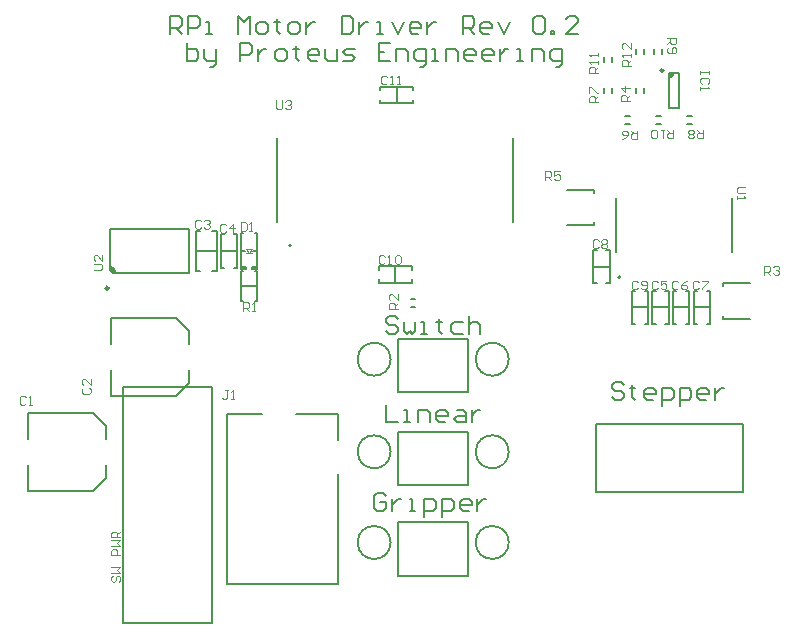
<source format=gto>
G04*
G04 #@! TF.GenerationSoftware,Altium Limited,Altium Designer,18.1.7 (191)*
G04*
G04 Layer_Color=65535*
%FSLAX25Y25*%
%MOIN*%
G70*
G01*
G75*
%ADD10C,0.00984*%
%ADD11C,0.00787*%
%ADD12C,0.00800*%
%ADD13C,0.00500*%
%ADD14C,0.00591*%
%ADD15C,0.00394*%
%ADD16C,0.00492*%
G36*
X132775Y206102D02*
X132480Y207283D01*
X133071Y207283D01*
X134252Y206102D01*
X134252Y205315D01*
X132775Y206102D01*
D02*
G37*
G36*
X318622Y271949D02*
X320394Y271949D01*
X320394Y271555D01*
X319213Y270374D01*
X318622Y270374D01*
X318622Y271949D01*
D02*
G37*
D10*
X316949Y272736D02*
G03*
X316949Y272736I-492J0D01*
G01*
X131988Y200197D02*
G03*
X131988Y200197I-492J0D01*
G01*
D11*
X318819Y270374D02*
G03*
X320394Y271949I0J1575D01*
G01*
X192894Y214469D02*
G03*
X192894Y214469I-394J0D01*
G01*
X134252Y205512D02*
G03*
X132480Y207283I-1772J0D01*
G01*
X302618Y203780D02*
G03*
X302618Y203780I-394J0D01*
G01*
X293898Y232087D02*
X293898Y233071D01*
X284646D02*
X293898D01*
X284646Y221260D02*
X293898Y221260D01*
X293898Y222244D02*
X293898Y221260D01*
X296969Y266929D02*
X296969Y265354D01*
X299725Y265354D02*
X299725Y266929D01*
X304055Y254921D02*
X305630Y254921D01*
X304055Y257677D02*
X305630D01*
X324921Y257677D02*
X326496Y257677D01*
X324921Y254921D02*
X326496Y254921D01*
X307796Y279921D02*
X307796Y278346D01*
X310551Y279921D02*
X310551Y278346D01*
X316457Y279921D02*
X316457Y278346D01*
X313701D02*
X313701Y279921D01*
X318622Y271949D02*
X322166Y271949D01*
X318622Y260138D02*
X322166Y260138D01*
X318622Y271949D02*
X318622Y260138D01*
X322166Y271949D02*
X322166Y260138D01*
X318622Y270374D02*
X318819Y270374D01*
X310551Y265354D02*
X310552Y266929D01*
X307796Y266929D02*
X307796Y265354D01*
X296969Y277165D02*
X296969Y275591D01*
X299725Y277165D02*
X299725Y275590D01*
X314489Y257677D02*
X316063Y257677D01*
X314488Y254921D02*
X316063Y254921D01*
X294488Y155020D02*
X343307D01*
Y132382D02*
Y155020D01*
X294488Y132382D02*
X343307D01*
X294488D02*
Y155020D01*
X171358Y158268D02*
X183071Y158268D01*
X171358Y155610D02*
Y158268D01*
Y101575D02*
Y155610D01*
X194488Y158268D02*
X208366D01*
Y149705D02*
Y158268D01*
Y101575D02*
Y138091D01*
X171358Y101575D02*
X208366D01*
X232677Y196654D02*
X234252D01*
X232677Y193898D02*
X234252D01*
X336614Y200787D02*
Y201772D01*
X345866D01*
X336614Y189961D02*
X345866D01*
X336614Y190945D02*
X336614Y189961D01*
X228543Y122133D02*
X251772D01*
Y104417D02*
Y122133D01*
X228543Y104417D02*
X251772D01*
X228543D02*
Y122133D01*
Y152362D02*
X251772D01*
X251772Y134646D02*
X251772Y152362D01*
X228543Y134646D02*
X251772Y134646D01*
X228543Y134646D02*
Y152362D01*
Y183209D02*
X251772Y183209D01*
Y165493D02*
Y183209D01*
X228543Y165493D02*
X251772D01*
X228543D02*
Y183209D01*
X132480Y206201D02*
Y219882D01*
Y206201D02*
X133366Y205315D01*
X158858D01*
X134252D02*
Y205512D01*
X158858Y205315D02*
Y219882D01*
X132480Y219882D02*
X158858Y219882D01*
X105118Y132677D02*
Y141339D01*
Y132677D02*
X126772D01*
X131102Y137008D01*
Y141339D01*
X105118Y150000D02*
Y158661D01*
X126772D01*
X131102Y154331D01*
Y150000D02*
Y154331D01*
X132677Y164173D02*
Y172835D01*
Y164173D02*
X154331D01*
X158661Y168504D01*
Y172835D01*
X132677Y181496D02*
Y190157D01*
X154331Y190158D01*
X158661Y185827D01*
Y181496D02*
Y185827D01*
X152581Y284958D02*
Y290861D01*
X155533D01*
X156517Y289877D01*
Y287910D01*
X155533Y286926D01*
X152581D01*
X154549D02*
X156517Y284958D01*
X158485D02*
Y290861D01*
X161436D01*
X162420Y289877D01*
Y287910D01*
X161436Y286926D01*
X158485D01*
X164388Y284958D02*
X166356D01*
X165372D01*
Y288893D01*
X164388D01*
X175212Y284958D02*
Y290861D01*
X177179Y288893D01*
X179147Y290861D01*
Y284958D01*
X182099D02*
X184067D01*
X185051Y285942D01*
Y287910D01*
X184067Y288893D01*
X182099D01*
X181115Y287910D01*
Y285942D01*
X182099Y284958D01*
X188003Y289877D02*
Y288893D01*
X187019D01*
X188987D01*
X188003D01*
Y285942D01*
X188987Y284958D01*
X192922D02*
X194890D01*
X195874Y285942D01*
Y287910D01*
X194890Y288893D01*
X192922D01*
X191938Y287910D01*
Y285942D01*
X192922Y284958D01*
X197842Y288893D02*
Y284958D01*
Y286926D01*
X198826Y287910D01*
X199810Y288893D01*
X200794D01*
X209649Y290861D02*
Y284958D01*
X212601D01*
X213585Y285942D01*
Y289877D01*
X212601Y290861D01*
X209649D01*
X215553Y288893D02*
Y284958D01*
Y286926D01*
X216537Y287910D01*
X217521Y288893D01*
X218505D01*
X221456Y284958D02*
X223424D01*
X222440D01*
Y288893D01*
X221456D01*
X226376D02*
X228344Y284958D01*
X230312Y288893D01*
X235231Y284958D02*
X233264D01*
X232280Y285942D01*
Y287910D01*
X233264Y288893D01*
X235231D01*
X236215Y287910D01*
Y286926D01*
X232280D01*
X238183Y288893D02*
Y284958D01*
Y286926D01*
X239167Y287910D01*
X240151Y288893D01*
X241135D01*
X249991Y284958D02*
Y290861D01*
X252942D01*
X253926Y289877D01*
Y287910D01*
X252942Y286926D01*
X249991D01*
X251958D02*
X253926Y284958D01*
X258846D02*
X256878D01*
X255894Y285942D01*
Y287910D01*
X256878Y288893D01*
X258846D01*
X259830Y287910D01*
Y286926D01*
X255894D01*
X261798Y288893D02*
X263766Y284958D01*
X265733Y288893D01*
X273605Y289877D02*
X274589Y290861D01*
X276557D01*
X277541Y289877D01*
Y285942D01*
X276557Y284958D01*
X274589D01*
X273605Y285942D01*
Y289877D01*
X279508Y284958D02*
Y285942D01*
X280492D01*
Y284958D01*
X279508D01*
X288364D02*
X284428D01*
X288364Y288893D01*
Y289877D01*
X287380Y290861D01*
X285412D01*
X284428Y289877D01*
X157993Y281887D02*
Y275984D01*
X160944D01*
X161928Y276968D01*
Y277952D01*
Y278935D01*
X160944Y279919D01*
X157993D01*
X163896D02*
Y276968D01*
X164880Y275984D01*
X167832D01*
Y275000D01*
X166848Y274016D01*
X165864D01*
X167832Y275984D02*
Y279919D01*
X175704Y275984D02*
Y281887D01*
X178655D01*
X179639Y280903D01*
Y278935D01*
X178655Y277952D01*
X175704D01*
X181607Y279919D02*
Y275984D01*
Y277952D01*
X182591Y278935D01*
X183575Y279919D01*
X184559D01*
X188495Y275984D02*
X190463D01*
X191446Y276968D01*
Y278935D01*
X190463Y279919D01*
X188495D01*
X187511Y278935D01*
Y276968D01*
X188495Y275984D01*
X194398Y280903D02*
Y279919D01*
X193414D01*
X195382D01*
X194398D01*
Y276968D01*
X195382Y275984D01*
X201286D02*
X199318D01*
X198334Y276968D01*
Y278935D01*
X199318Y279919D01*
X201286D01*
X202270Y278935D01*
Y277952D01*
X198334D01*
X204238Y279919D02*
Y276968D01*
X205222Y275984D01*
X208173D01*
Y279919D01*
X210141Y275984D02*
X213093D01*
X214077Y276968D01*
X213093Y277952D01*
X211125D01*
X210141Y278935D01*
X211125Y279919D01*
X214077D01*
X225884Y281887D02*
X221948D01*
Y275984D01*
X225884D01*
X221948Y278935D02*
X223916D01*
X227852Y275984D02*
Y279919D01*
X230804D01*
X231788Y278935D01*
Y275984D01*
X235723Y274016D02*
X236707D01*
X237691Y275000D01*
Y279919D01*
X234739D01*
X233755Y278935D01*
Y276968D01*
X234739Y275984D01*
X237691D01*
X239659D02*
X241627D01*
X240643D01*
Y279919D01*
X239659D01*
X244579Y275984D02*
Y279919D01*
X247531D01*
X248515Y278935D01*
Y275984D01*
X253434D02*
X251466D01*
X250482Y276968D01*
Y278935D01*
X251466Y279919D01*
X253434D01*
X254418Y278935D01*
Y277952D01*
X250482D01*
X259338Y275984D02*
X257370D01*
X256386Y276968D01*
Y278935D01*
X257370Y279919D01*
X259338D01*
X260322Y278935D01*
Y277952D01*
X256386D01*
X262290Y279919D02*
Y275984D01*
Y277952D01*
X263274Y278935D01*
X264258Y279919D01*
X265241D01*
X268193Y275984D02*
X270161D01*
X269177D01*
Y279919D01*
X268193D01*
X273113Y275984D02*
Y279919D01*
X276065D01*
X277049Y278935D01*
Y275984D01*
X280984Y274016D02*
X281968D01*
X282952Y275000D01*
Y279919D01*
X280000D01*
X279016Y278935D01*
Y276968D01*
X280000Y275984D01*
X282952D01*
X303641Y167911D02*
X302657Y168895D01*
X300689D01*
X299705Y167911D01*
Y166927D01*
X300689Y165943D01*
X302657D01*
X303641Y164959D01*
Y163975D01*
X302657Y162991D01*
X300689D01*
X299705Y163975D01*
X306592Y167911D02*
Y166927D01*
X305608D01*
X307576D01*
X306592D01*
Y163975D01*
X307576Y162991D01*
X313480D02*
X311512D01*
X310528Y163975D01*
Y165943D01*
X311512Y166927D01*
X313480D01*
X314464Y165943D01*
Y164959D01*
X310528D01*
X316432Y161024D02*
Y166927D01*
X319383D01*
X320367Y165943D01*
Y163975D01*
X319383Y162991D01*
X316432D01*
X322335Y161024D02*
Y166927D01*
X325287D01*
X326271Y165943D01*
Y163975D01*
X325287Y162991D01*
X322335D01*
X331191D02*
X329223D01*
X328239Y163975D01*
Y165943D01*
X329223Y166927D01*
X331191D01*
X332174Y165943D01*
Y164959D01*
X328239D01*
X334142Y166927D02*
Y162991D01*
Y164959D01*
X335126Y165943D01*
X336110Y166927D01*
X337094D01*
X228345Y189959D02*
X227361Y190943D01*
X225393D01*
X224410Y189959D01*
Y188975D01*
X225393Y187991D01*
X227361D01*
X228345Y187007D01*
Y186023D01*
X227361Y185039D01*
X225393D01*
X224410Y186023D01*
X230313Y188975D02*
Y186023D01*
X231297Y185039D01*
X232281Y186023D01*
X233265Y185039D01*
X234249Y186023D01*
Y188975D01*
X236217Y185039D02*
X238184D01*
X237201D01*
Y188975D01*
X236217D01*
X242120Y189959D02*
Y188975D01*
X241136D01*
X243104D01*
X242120D01*
Y186023D01*
X243104Y185039D01*
X249992Y188975D02*
X247040D01*
X246056Y187991D01*
Y186023D01*
X247040Y185039D01*
X249992D01*
X251960Y190943D02*
Y185039D01*
Y187991D01*
X252943Y188975D01*
X254911D01*
X255895Y187991D01*
Y185039D01*
X224410Y161415D02*
Y155512D01*
X228345D01*
X230313D02*
X232281D01*
X231297D01*
Y159448D01*
X230313D01*
X235233Y155512D02*
Y159448D01*
X238184D01*
X239168Y158464D01*
Y155512D01*
X244088D02*
X242120D01*
X241136Y156496D01*
Y158464D01*
X242120Y159448D01*
X244088D01*
X245072Y158464D01*
Y157480D01*
X241136D01*
X248024Y159448D02*
X249992D01*
X250976Y158464D01*
Y155512D01*
X248024D01*
X247040Y156496D01*
X248024Y157480D01*
X250976D01*
X252943Y159448D02*
Y155512D01*
Y157480D01*
X253927Y158464D01*
X254911Y159448D01*
X255895D01*
X224408Y130904D02*
X223424Y131888D01*
X221456D01*
X220472Y130904D01*
Y126968D01*
X221456Y125984D01*
X223424D01*
X224408Y126968D01*
Y128936D01*
X222440D01*
X226376Y129920D02*
Y125984D01*
Y127952D01*
X227360Y128936D01*
X228344Y129920D01*
X229328D01*
X232280Y125984D02*
X234247D01*
X233264D01*
Y129920D01*
X232280D01*
X237199Y124016D02*
Y129920D01*
X240151D01*
X241135Y128936D01*
Y126968D01*
X240151Y125984D01*
X237199D01*
X243103Y124016D02*
Y129920D01*
X246055D01*
X247039Y128936D01*
Y126968D01*
X246055Y125984D01*
X243103D01*
X251958D02*
X249990D01*
X249007Y126968D01*
Y128936D01*
X249990Y129920D01*
X251958D01*
X252942Y128936D01*
Y127952D01*
X249007D01*
X254910Y129920D02*
Y125984D01*
Y127952D01*
X255894Y128936D01*
X256878Y129920D01*
X257862D01*
D12*
X225972Y176516D02*
G03*
X225972Y176516I-5500J0D01*
G01*
X265342D02*
G03*
X265342Y176516I-5500J0D01*
G01*
X225972Y145669D02*
G03*
X225972Y145669I-5500J0D01*
G01*
X265342Y145669D02*
G03*
X265342Y145669I-5500J0D01*
G01*
X225972Y115441D02*
G03*
X225972Y115441I-5500J0D01*
G01*
X265342D02*
G03*
X265342Y115441I-5500J0D01*
G01*
D13*
X136811Y167323D02*
X166339D01*
X136811Y88583D02*
Y167323D01*
Y88583D02*
X166339D01*
Y167323D01*
X188130Y222244D02*
Y250197D01*
X266870D02*
X266870Y222244D01*
X339764Y212402D02*
Y230118D01*
X301181Y212402D02*
X301181Y230118D01*
D14*
X227461Y201969D02*
Y207480D01*
X232972Y201968D02*
Y203150D01*
X221949Y201969D02*
X232972Y201968D01*
X221949Y201969D02*
Y203150D01*
Y206299D02*
Y207480D01*
X232972D01*
Y206299D02*
Y207480D01*
X227953Y261811D02*
Y267323D01*
X233465Y261811D02*
Y262992D01*
X222441Y261811D02*
X233465D01*
X222441D02*
Y262992D01*
Y266142D02*
Y267323D01*
X233465D01*
Y266142D02*
Y267323D01*
X175984Y200787D02*
X181496D01*
X180740Y205787D02*
X181496D01*
Y195787D02*
Y205787D01*
X180740Y195787D02*
X181496D01*
X175984D02*
X176740D01*
X175984D02*
Y205787D01*
X176740D01*
X175984Y218598D02*
X176740D01*
X175984Y206693D02*
Y218598D01*
Y207098D02*
X177740D01*
X179740D02*
X181496D01*
X181496Y206693D02*
Y218598D01*
X180740D02*
X181496D01*
X175984Y206598D02*
Y207098D01*
Y206598D02*
X177740D01*
Y207098D01*
X181496Y206598D02*
Y207098D01*
X179740Y206598D02*
X181496D01*
X179740D02*
Y207098D01*
X175984Y212598D02*
X177362D01*
X180118D02*
X181496D01*
X166535Y219291D02*
X168110D01*
Y205906D02*
Y219291D01*
X166535Y205906D02*
X168110D01*
X161024D02*
X162598D01*
X161024D02*
Y219291D01*
X162598D01*
X161024Y212598D02*
X168110D01*
X169291D02*
X174803D01*
X169291Y207087D02*
X170472D01*
X169291D02*
Y218110D01*
X170472D01*
X173622D02*
X174803D01*
Y207087D02*
Y218110D01*
X173622Y207087D02*
X174803D01*
X306299Y193898D02*
X311811D01*
X306299Y188386D02*
X307480D01*
X306299D02*
Y199409D01*
X307480D01*
X310630D02*
X311811D01*
Y188386D02*
Y199409D01*
X310630Y188386D02*
X311811D01*
X293504Y207303D02*
X299016D01*
X293504Y201791D02*
X294685D01*
X293504D02*
Y212815D01*
X294685D01*
X297835D02*
X299016D01*
Y201791D02*
Y212815D01*
X297835Y201791D02*
X299016D01*
X326980Y193898D02*
X332492D01*
X326980Y188386D02*
X328161D01*
X326980D02*
Y199409D01*
X328161D01*
X331311D02*
X332492D01*
Y188386D02*
Y199409D01*
X331311Y188386D02*
X332492D01*
X320079Y193898D02*
X325591D01*
X320079Y188386D02*
X321260D01*
X320079D02*
Y199409D01*
X321260D01*
X324409D02*
X325591D01*
Y188386D02*
Y199409D01*
X324409Y188386D02*
X325591D01*
X313228Y193898D02*
X318740D01*
X313228Y188386D02*
X314409D01*
X313228D02*
Y199409D01*
X314409D01*
X317559D02*
X318740D01*
Y188386D02*
Y199409D01*
X317559Y188386D02*
X318740D01*
D15*
X178740Y211909D02*
X179724Y213287D01*
X178740D02*
X179724D01*
X178740Y211909D02*
X179626D01*
X177854D02*
X178740D01*
X177756Y213287D02*
X178740D01*
X177756D02*
X178740Y211909D01*
D16*
X171850Y166141D02*
X170866D01*
X171358D01*
Y163681D01*
X170866Y163189D01*
X170374D01*
X169882Y163681D01*
X172834Y163189D02*
X173818D01*
X173326D01*
Y166141D01*
X172834Y165649D01*
X306024Y274410D02*
X303072D01*
Y275885D01*
X303564Y276377D01*
X304548D01*
X305040Y275885D01*
Y274410D01*
Y275393D02*
X306024Y276377D01*
Y277361D02*
Y278345D01*
Y277853D01*
X303072D01*
X303564Y277361D01*
X306024Y281789D02*
Y279821D01*
X304056Y281789D01*
X303564D01*
X303072Y281297D01*
Y280313D01*
X303564Y279821D01*
X295197Y272047D02*
X292245D01*
Y273523D01*
X292737Y274015D01*
X293721D01*
X294213Y273523D01*
Y272047D01*
Y273031D02*
X295197Y274015D01*
Y274999D02*
Y275983D01*
Y275491D01*
X292245D01*
X292737Y274999D01*
X295197Y277459D02*
Y278443D01*
Y277951D01*
X292245D01*
X292737Y277459D01*
X320197Y253051D02*
Y250099D01*
X318721D01*
X318229Y250591D01*
Y251575D01*
X318721Y252067D01*
X320197D01*
X319213D02*
X318229Y253051D01*
X317245D02*
X316261D01*
X316753D01*
Y250099D01*
X317245Y250591D01*
X314786D02*
X314294Y250099D01*
X313310D01*
X312818Y250591D01*
Y252559D01*
X313310Y253051D01*
X314294D01*
X314786Y252559D01*
Y250591D01*
X318229Y283465D02*
X321180D01*
Y281989D01*
X320688Y281497D01*
X319704D01*
X319213Y281989D01*
Y283465D01*
Y282481D02*
X318229Y281497D01*
X318721Y280513D02*
X318229Y280021D01*
Y279037D01*
X318721Y278545D01*
X320688D01*
X321180Y279037D01*
Y280021D01*
X320688Y280513D01*
X320196D01*
X319704Y280021D01*
Y278545D01*
X330040Y253051D02*
Y250099D01*
X328564D01*
X328072Y250591D01*
Y251575D01*
X328564Y252067D01*
X330040D01*
X329056D02*
X328072Y253051D01*
X327088Y250591D02*
X326596Y250099D01*
X325612D01*
X325120Y250591D01*
Y251083D01*
X325612Y251575D01*
X325120Y252067D01*
Y252559D01*
X325612Y253051D01*
X326596D01*
X327088Y252559D01*
Y252067D01*
X326596Y251575D01*
X327088Y251083D01*
Y250591D01*
X326596Y251575D02*
X325612D01*
X295197Y262205D02*
X292245D01*
Y263681D01*
X292737Y264173D01*
X293721D01*
X294213Y263681D01*
Y262205D01*
Y263189D02*
X295197Y264173D01*
X292245Y265157D02*
Y267124D01*
X292737D01*
X294705Y265157D01*
X295197D01*
X307992Y252756D02*
Y249804D01*
X306517D01*
X306025Y250296D01*
Y251280D01*
X306517Y251772D01*
X307992D01*
X307008D02*
X306025Y252756D01*
X303073Y249804D02*
X304057Y250296D01*
X305041Y251280D01*
Y252264D01*
X304549Y252756D01*
X303565D01*
X303073Y252264D01*
Y251772D01*
X303565Y251280D01*
X305041D01*
X277559Y236221D02*
Y239172D01*
X279035D01*
X279527Y238680D01*
Y237696D01*
X279035Y237204D01*
X277559D01*
X278543D02*
X279527Y236221D01*
X282479Y239172D02*
X280511D01*
Y237696D01*
X281495Y238188D01*
X281987D01*
X282479Y237696D01*
Y236713D01*
X281987Y236221D01*
X281003D01*
X280511Y236713D01*
X305630Y262598D02*
X302678D01*
Y264074D01*
X303170Y264566D01*
X304154D01*
X304646Y264074D01*
Y262598D01*
Y263582D02*
X305630Y264566D01*
Y267026D02*
X302678D01*
X304154Y265550D01*
Y267518D01*
X332204Y272736D02*
Y271752D01*
Y272244D01*
X329252D01*
Y272736D01*
Y271752D01*
X331712Y268308D02*
X332204Y268800D01*
Y269784D01*
X331712Y270276D01*
X329744D01*
X329252Y269784D01*
Y268800D01*
X329744Y268308D01*
X329252Y267325D02*
Y266341D01*
Y266833D01*
X332204D01*
X331712Y267325D01*
X133367Y104330D02*
X132875Y103838D01*
Y102854D01*
X133367Y102362D01*
X133859D01*
X134351Y102854D01*
Y103838D01*
X134843Y104330D01*
X135335D01*
X135827Y103838D01*
Y102854D01*
X135335Y102362D01*
X132875Y105314D02*
X135827D01*
X134843Y106298D01*
X135827Y107282D01*
X132875D01*
X136319Y108266D02*
Y110234D01*
X135827Y111218D02*
X132875D01*
Y112694D01*
X133367Y113186D01*
X134351D01*
X134843Y112694D01*
Y111218D01*
X132875Y114169D02*
X135827D01*
X134843Y115153D01*
X135827Y116137D01*
X132875D01*
X135827Y117121D02*
X132875D01*
Y118597D01*
X133367Y119089D01*
X134351D01*
X134843Y118597D01*
Y117121D01*
Y118105D02*
X135827Y119089D01*
X350590Y204646D02*
Y207597D01*
X352066D01*
X352558Y207105D01*
Y206122D01*
X352066Y205630D01*
X350590D01*
X351574D02*
X352558Y204646D01*
X353542Y207105D02*
X354034Y207597D01*
X355018D01*
X355510Y207105D01*
Y206613D01*
X355018Y206122D01*
X354526D01*
X355018D01*
X355510Y205630D01*
Y205138D01*
X355018Y204646D01*
X354034D01*
X353542Y205138D01*
X228346Y193307D02*
X225395D01*
Y194783D01*
X225887Y195275D01*
X226871D01*
X227362Y194783D01*
Y193307D01*
Y194291D02*
X228346Y195275D01*
Y198227D02*
Y196259D01*
X226379Y198227D01*
X225887D01*
X225395Y197735D01*
Y196751D01*
X225887Y196259D01*
X126959Y206386D02*
X129419D01*
X129911Y206878D01*
Y207862D01*
X129419Y208354D01*
X126959D01*
X129911Y211305D02*
Y209337D01*
X127943Y211305D01*
X127451D01*
X126959Y210813D01*
Y209829D01*
X127451Y209337D01*
X176870Y192520D02*
Y195472D01*
X178346D01*
X178838Y194980D01*
Y193996D01*
X178346Y193504D01*
X176870D01*
X177854D02*
X178838Y192520D01*
X179822D02*
X180806D01*
X180314D01*
Y195472D01*
X179822Y194980D01*
X224015Y210728D02*
X223523Y211220D01*
X222539D01*
X222047Y210728D01*
Y208760D01*
X222539Y208268D01*
X223523D01*
X224015Y208760D01*
X224999Y208268D02*
X225983D01*
X225491D01*
Y211220D01*
X224999Y210728D01*
X227459D02*
X227951Y211220D01*
X228935D01*
X229427Y210728D01*
Y208760D01*
X228935Y208268D01*
X227951D01*
X227459Y208760D01*
Y210728D01*
X162795Y222539D02*
X162303Y223030D01*
X161319D01*
X160827Y222539D01*
Y220571D01*
X161319Y220079D01*
X162303D01*
X162795Y220571D01*
X163779Y222539D02*
X164271Y223030D01*
X165254D01*
X165746Y222539D01*
Y222047D01*
X165254Y221555D01*
X164762D01*
X165254D01*
X165746Y221063D01*
Y220571D01*
X165254Y220079D01*
X164271D01*
X163779Y220571D01*
X123524Y166968D02*
X123032Y166476D01*
Y165492D01*
X123524Y165000D01*
X125492D01*
X125984Y165492D01*
Y166476D01*
X125492Y166968D01*
X125984Y169920D02*
Y167952D01*
X124016Y169920D01*
X123524D01*
X123032Y169428D01*
Y168444D01*
X123524Y167952D01*
X104330Y163877D02*
X103838Y164369D01*
X102854D01*
X102362Y163877D01*
Y161909D01*
X102854Y161417D01*
X103838D01*
X104330Y161909D01*
X105314Y161417D02*
X106298D01*
X105806D01*
Y164369D01*
X105314Y163877D01*
X328740Y202263D02*
X328248Y202755D01*
X327264D01*
X326772Y202263D01*
Y200295D01*
X327264Y199803D01*
X328248D01*
X328740Y200295D01*
X329724Y202755D02*
X331691D01*
Y202263D01*
X329724Y200295D01*
Y199803D01*
X314960Y202263D02*
X314468Y202755D01*
X313484D01*
X312992Y202263D01*
Y200295D01*
X313484Y199803D01*
X314468D01*
X314960Y200295D01*
X317912Y202755D02*
X315944D01*
Y201279D01*
X316928Y201771D01*
X317420D01*
X317912Y201279D01*
Y200295D01*
X317420Y199803D01*
X316436D01*
X315944Y200295D01*
X187933Y262794D02*
Y260334D01*
X188425Y259842D01*
X189409D01*
X189901Y260334D01*
Y262794D01*
X190885Y262302D02*
X191377Y262794D01*
X192361D01*
X192853Y262302D01*
Y261810D01*
X192361Y261318D01*
X191869D01*
X192361D01*
X192853Y260826D01*
Y260334D01*
X192361Y259842D01*
X191377D01*
X190885Y260334D01*
X175984Y222243D02*
Y219291D01*
X177460D01*
X177952Y219783D01*
Y221751D01*
X177460Y222243D01*
X175984D01*
X178936Y219291D02*
X179920D01*
X179428D01*
Y222243D01*
X178936Y221751D01*
X224802Y270570D02*
X224311Y271062D01*
X223327D01*
X222835Y270570D01*
Y268602D01*
X223327Y268110D01*
X224311D01*
X224802Y268602D01*
X225786Y268110D02*
X226770D01*
X226278D01*
Y271062D01*
X225786Y270570D01*
X228246Y268110D02*
X229230D01*
X228738D01*
Y271062D01*
X228246Y270570D01*
X308366Y202263D02*
X307874Y202755D01*
X306890D01*
X306398Y202263D01*
Y200295D01*
X306890Y199803D01*
X307874D01*
X308366Y200295D01*
X309349D02*
X309841Y199803D01*
X310825D01*
X311317Y200295D01*
Y202263D01*
X310825Y202755D01*
X309841D01*
X309349Y202263D01*
Y201771D01*
X309841Y201279D01*
X311317D01*
X295275Y216042D02*
X294783Y216534D01*
X293799D01*
X293307Y216042D01*
Y214075D01*
X293799Y213583D01*
X294783D01*
X295275Y214075D01*
X296259Y216042D02*
X296751Y216534D01*
X297735D01*
X298227Y216042D01*
Y215551D01*
X297735Y215059D01*
X298227Y214567D01*
Y214075D01*
X297735Y213583D01*
X296751D01*
X296259Y214075D01*
Y214567D01*
X296751Y215059D01*
X296259Y215551D01*
Y216042D01*
X296751Y215059D02*
X297735D01*
X171115Y221216D02*
X170623Y221708D01*
X169639D01*
X169147Y221216D01*
Y219248D01*
X169639Y218756D01*
X170623D01*
X171115Y219248D01*
X173575Y218756D02*
Y221708D01*
X172099Y220232D01*
X174067D01*
X321850Y202263D02*
X321358Y202755D01*
X320374D01*
X319882Y202263D01*
Y200295D01*
X320374Y199803D01*
X321358D01*
X321850Y200295D01*
X324802Y202755D02*
X323818Y202263D01*
X322834Y201279D01*
Y200295D01*
X323326Y199803D01*
X324310D01*
X324802Y200295D01*
Y200787D01*
X324310Y201279D01*
X322834D01*
X344251Y233858D02*
X341792D01*
X341300Y233366D01*
Y232382D01*
X341792Y231890D01*
X344251D01*
X341300Y230907D02*
Y229923D01*
Y230415D01*
X344251D01*
X343759Y230907D01*
M02*

</source>
